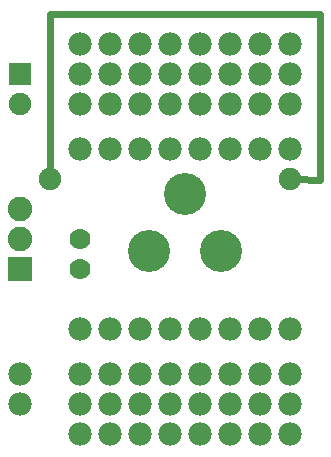
<source format=gtl>
G04 MADE WITH FRITZING*
G04 WWW.FRITZING.ORG*
G04 DOUBLE SIDED*
G04 HOLES PLATED*
G04 CONTOUR ON CENTER OF CONTOUR VECTOR*
%ASAXBY*%
%FSLAX23Y23*%
%MOIN*%
%OFA0B0*%
%SFA1.0B1.0*%
%ADD10C,0.075433*%
%ADD11C,0.140000*%
%ADD12C,0.082000*%
%ADD13C,0.070000*%
%ADD14C,0.075000*%
%ADD15C,0.078000*%
%ADD16R,0.082000X0.082000*%
%ADD17R,0.075000X0.075000*%
%ADD18C,0.024000*%
%LNCOPPER1*%
G90*
G70*
G54D10*
X319Y1006D03*
X1119Y1006D03*
G54D11*
X649Y766D03*
X889Y766D03*
X769Y956D03*
G54D12*
X219Y706D03*
X219Y806D03*
X219Y906D03*
G54D13*
X419Y706D03*
X419Y806D03*
G54D14*
X219Y1356D03*
X219Y1256D03*
G54D15*
X1119Y1256D03*
X1019Y1256D03*
X919Y1256D03*
X819Y1256D03*
X719Y1256D03*
X619Y1256D03*
X519Y1256D03*
X419Y1256D03*
X1119Y356D03*
X1019Y356D03*
X919Y356D03*
X819Y356D03*
X719Y356D03*
X619Y356D03*
X519Y356D03*
X419Y356D03*
X1119Y1356D03*
X1019Y1356D03*
X919Y1356D03*
X819Y1356D03*
X719Y1356D03*
X619Y1356D03*
X519Y1356D03*
X419Y1356D03*
X1119Y256D03*
X1019Y256D03*
X919Y256D03*
X819Y256D03*
X719Y256D03*
X619Y256D03*
X519Y256D03*
X419Y256D03*
X1119Y1456D03*
X1019Y1456D03*
X919Y1456D03*
X819Y1456D03*
X719Y1456D03*
X619Y1456D03*
X519Y1456D03*
X419Y1456D03*
X1119Y156D03*
X1019Y156D03*
X919Y156D03*
X819Y156D03*
X719Y156D03*
X619Y156D03*
X519Y156D03*
X419Y156D03*
X1119Y1106D03*
X1019Y1106D03*
X919Y1106D03*
X819Y1106D03*
X719Y1106D03*
X619Y1106D03*
X519Y1106D03*
X419Y1106D03*
X1119Y506D03*
X1019Y506D03*
X919Y506D03*
X819Y506D03*
X719Y506D03*
X619Y506D03*
X519Y506D03*
X419Y506D03*
X219Y356D03*
X219Y256D03*
G54D16*
X219Y706D03*
G54D17*
X219Y1356D03*
G54D18*
X1218Y1005D02*
X1218Y1556D01*
D02*
X1218Y1556D02*
X318Y1556D01*
D02*
X318Y1556D02*
X319Y1024D01*
D02*
X1137Y1006D02*
X1218Y1005D01*
G04 End of Copper1*
M02*
</source>
